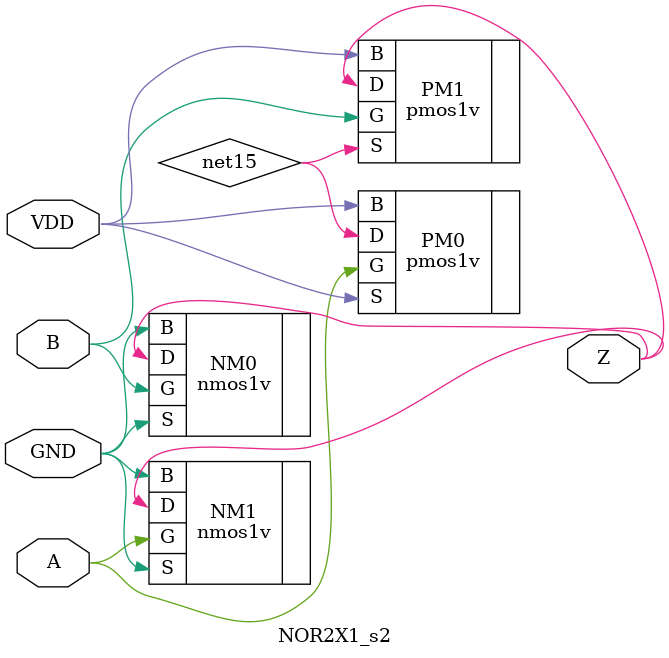
<source format=v>

module NOR2X1_s2 (
A,B,GND,Z,VDD );
input  A;
input  B;
input  GND;
output  Z;
input  VDD;
wire VDD;
wire net15;
wire Z;
wire A;
wire B;
wire GND;

nmos1v    
 NM1  ( .S( GND ), .G( A ), .B( GND ), .D( Z ) );

nmos1v    
 NM0  ( .S( GND ), .G( B ), .B( GND ), .D( Z ) );

pmos1v    
 PM1  ( .S( net15 ), .G( B ), .B( VDD ), .D( Z ) );

pmos1v    
 PM0  ( .S( VDD ), .G( A ), .B( VDD ), .D( net15 ) );

endmodule


</source>
